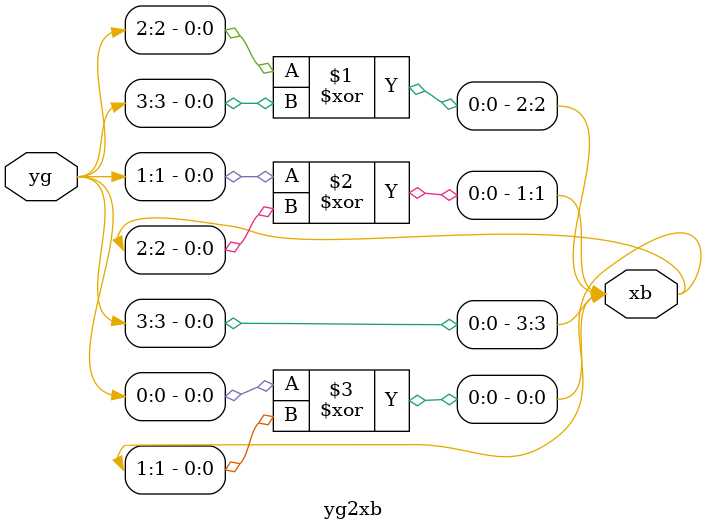
<source format=v>
`timescale 1ns / 1ps


module yg2xb(
input [3:0] yg,
output [3:0] xb
    );
    assign xb[3] = yg[3];
    assign xb[2] = yg[2]^xb[3];
    assign xb[1] = yg[1]^xb[2];
    assign xb[0] = yg[0]^xb[1];
endmodule

</source>
